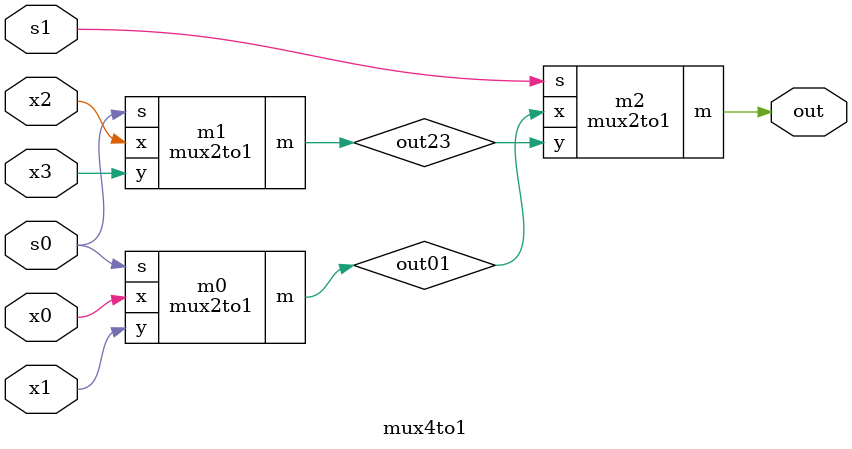
<source format=v>
/**
 * A 2-to-1 multiplexer.
 */
module mux2to1(
  input x, y, s,
  output m
  );
	assign m = x & ~s | y & s;
endmodule // mux2to1

//////////////////////////////////////////////////////////////////////////////

/**
 * A 4-to-1 multiplexer.
 */
module mux4to1(
	input x0, x1, x2, x3, s0, s1,
	output out
	);
	wire out01, out23;
	mux2to1 m0( .x(x0), .y(x1), .s(s0), .m(out01) );
	mux2to1 m1( .x(x2), .y(x3), .s(s0), .m(out23) );
	mux2to1 m2( .x(out01), .y(out23), .s(s1), .m(out) );
endmodule // mux4to1

</source>
